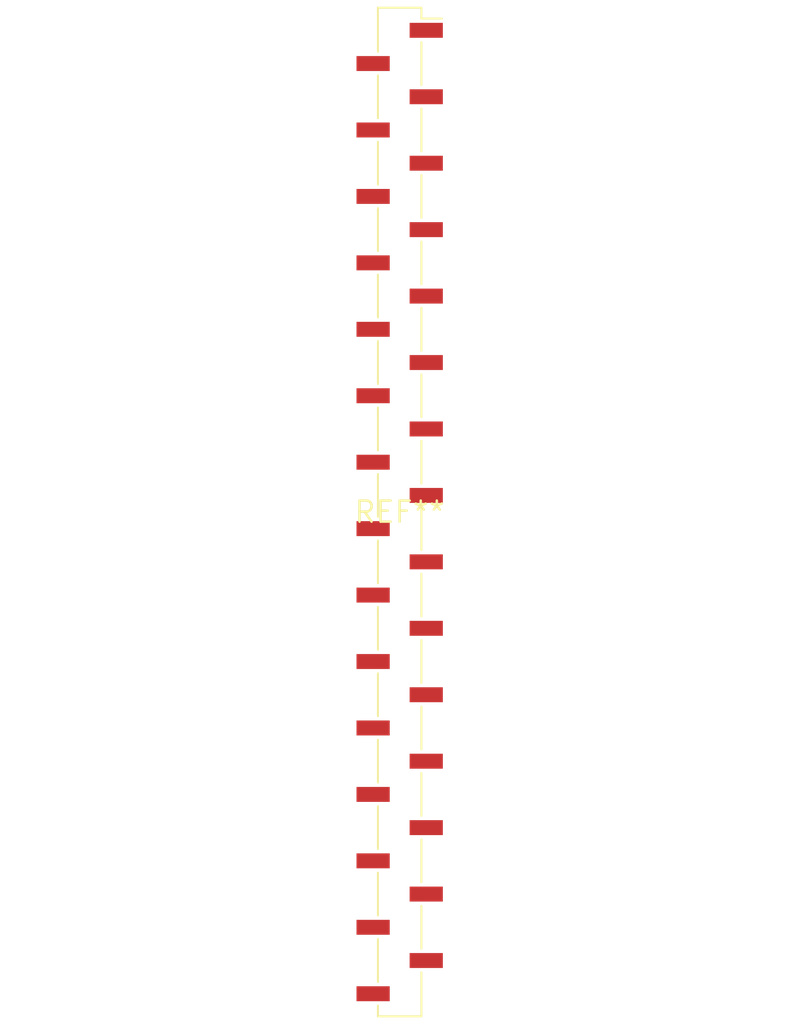
<source format=kicad_pcb>
(kicad_pcb (version 20240108) (generator pcbnew)
  (layers (0 "F.Cu" signal) (31 "B.Cu" signal) (34 "B.Paste" user) (35 "F.Paste" user) (36 "B.SilkS" user "B.Silkscreen") (37 "F.SilkS" user "F.Silkscreen") (38 "B.Mask" user) (39 "F.Mask" user) (44 "Edge.Cuts" user))
  (net 0 "")
  (footprint "PinSocket_1x30_P2.00mm_Vertical_SMD_Pin1Right" (layer "F.Cu") (at 0 0)
    (property "Reference" "REF**")
    (property "Value" "PinSocket_1x30_P2.00mm_Vertical_SMD_Pin1Right")
    (fp_line (start -1.31 -30.36) (end -1.31 -27.71) (layer "F.SilkS") (stroke (width 0.12)))
    (fp_line (start -1.31 -30.36) (end 1.31 -30.36) (layer "F.SilkS") (stroke (width 0.12)))
    (fp_line (start -1.31 -26.29) (end -1.31 -23.71) (layer "F.SilkS") (stroke (width 0.12)))
    (fp_line (start -1.31 -22.29) (end -1.31 -19.71) (layer "F.SilkS") (stroke (width 0.12)))
    (fp_line (start -1.31 -18.29) (end -1.31 -15.71) (layer "F.SilkS") (stroke (width 0.12)))
    (fp_line (start -1.31 -14.29) (end -1.31 -11.71) (layer "F.SilkS") (stroke (width 0.12)))
    (fp_line (start -1.31 -10.29) (end -1.31 -7.71) (layer "F.SilkS") (stroke (width 0.12)))
    (fp_line (start -1.31 -6.29) (end -1.31 -3.71) (layer "F.SilkS") (stroke (width 0.12)))
    (fp_line (start -1.31 -2.29) (end -1.31 0.29) (layer "F.SilkS") (stroke (width 0.12)))
    (fp_line (start -1.31 1.71) (end -1.31 4.29) (layer "F.SilkS") (stroke (width 0.12)))
    (fp_line (start -1.31 5.71) (end -1.31 8.29) (layer "F.SilkS") (stroke (width 0.12)))
    (fp_line (start -1.31 9.71) (end -1.31 12.29) (layer "F.SilkS") (stroke (width 0.12)))
    (fp_line (start -1.31 13.71) (end -1.31 16.29) (layer "F.SilkS") (stroke (width 0.12)))
    (fp_line (start -1.31 17.71) (end -1.31 20.29) (layer "F.SilkS") (stroke (width 0.12)))
    (fp_line (start -1.31 21.71) (end -1.31 24.29) (layer "F.SilkS") (stroke (width 0.12)))
    (fp_line (start -1.31 25.71) (end -1.31 28.29) (layer "F.SilkS") (stroke (width 0.12)))
    (fp_line (start -1.31 29.71) (end -1.31 30.36) (layer "F.SilkS") (stroke (width 0.12)))
    (fp_line (start -1.31 30.36) (end 1.31 30.36) (layer "F.SilkS") (stroke (width 0.12)))
    (fp_line (start 1.31 -30.36) (end 1.31 -29.71) (layer "F.SilkS") (stroke (width 0.12)))
    (fp_line (start 1.31 -29.71) (end 2.54 -29.71) (layer "F.SilkS") (stroke (width 0.12)))
    (fp_line (start 1.31 -28.29) (end 1.31 -25.71) (layer "F.SilkS") (stroke (width 0.12)))
    (fp_line (start 1.31 -24.29) (end 1.31 -21.71) (layer "F.SilkS") (stroke (width 0.12)))
    (fp_line (start 1.31 -20.29) (end 1.31 -17.71) (layer "F.SilkS") (stroke (width 0.12)))
    (fp_line (start 1.31 -16.29) (end 1.31 -13.71) (layer "F.SilkS") (stroke (width 0.12)))
    (fp_line (start 1.31 -12.29) (end 1.31 -9.71) (layer "F.SilkS") (stroke (width 0.12)))
    (fp_line (start 1.31 -8.29) (end 1.31 -5.71) (layer "F.SilkS") (stroke (width 0.12)))
    (fp_line (start 1.31 -4.29) (end 1.31 -1.71) (layer "F.SilkS") (stroke (width 0.12)))
    (fp_line (start 1.31 -0.29) (end 1.31 2.29) (layer "F.SilkS") (stroke (width 0.12)))
    (fp_line (start 1.31 3.71) (end 1.31 6.29) (layer "F.SilkS") (stroke (width 0.12)))
    (fp_line (start 1.31 7.71) (end 1.31 10.29) (layer "F.SilkS") (stroke (width 0.12)))
    (fp_line (start 1.31 11.71) (end 1.31 14.29) (layer "F.SilkS") (stroke (width 0.12)))
    (fp_line (start 1.31 15.71) (end 1.31 18.29) (layer "F.SilkS") (stroke (width 0.12)))
    (fp_line (start 1.31 19.71) (end 1.31 22.29) (layer "F.SilkS") (stroke (width 0.12)))
    (fp_line (start 1.31 23.71) (end 1.31 26.29) (layer "F.SilkS") (stroke (width 0.12)))
    (fp_line (start 1.31 27.71) (end 1.31 30.36) (layer "F.SilkS") (stroke (width 0.12)))
    (pad "1" smd rect (at 1.6 -29) (size 2 0.9) (layers "F.Cu" "F.Paste" "F.Mask"))
    (pad "2" smd rect (at -1.6 -27) (size 2 0.9) (layers "F.Cu" "F.Paste" "F.Mask"))
    (pad "3" smd rect (at 1.6 -25) (size 2 0.9) (layers "F.Cu" "F.Paste" "F.Mask"))
    (pad "4" smd rect (at -1.6 -23) (size 2 0.9) (layers "F.Cu" "F.Paste" "F.Mask"))
    (pad "5" smd rect (at 1.6 -21) (size 2 0.9) (layers "F.Cu" "F.Paste" "F.Mask"))
    (pad "6" smd rect (at -1.6 -19) (size 2 0.9) (layers "F.Cu" "F.Paste" "F.Mask"))
    (pad "7" smd rect (at 1.6 -17) (size 2 0.9) (layers "F.Cu" "F.Paste" "F.Mask"))
    (pad "8" smd rect (at -1.6 -15) (size 2 0.9) (layers "F.Cu" "F.Paste" "F.Mask"))
    (pad "9" smd rect (at 1.6 -13) (size 2 0.9) (layers "F.Cu" "F.Paste" "F.Mask"))
    (pad "10" smd rect (at -1.6 -11) (size 2 0.9) (layers "F.Cu" "F.Paste" "F.Mask"))
    (pad "11" smd rect (at 1.6 -9) (size 2 0.9) (layers "F.Cu" "F.Paste" "F.Mask"))
    (pad "12" smd rect (at -1.6 -7) (size 2 0.9) (layers "F.Cu" "F.Paste" "F.Mask"))
    (pad "13" smd rect (at 1.6 -5) (size 2 0.9) (layers "F.Cu" "F.Paste" "F.Mask"))
    (pad "14" smd rect (at -1.6 -3) (size 2 0.9) (layers "F.Cu" "F.Paste" "F.Mask"))
    (pad "15" smd rect (at 1.6 -1) (size 2 0.9) (layers "F.Cu" "F.Paste" "F.Mask"))
    (pad "16" smd rect (at -1.6 1) (size 2 0.9) (layers "F.Cu" "F.Paste" "F.Mask"))
    (pad "17" smd rect (at 1.6 3) (size 2 0.9) (layers "F.Cu" "F.Paste" "F.Mask"))
    (pad "18" smd rect (at -1.6 5) (size 2 0.9) (layers "F.Cu" "F.Paste" "F.Mask"))
    (pad "19" smd rect (at 1.6 7) (size 2 0.9) (layers "F.Cu" "F.Paste" "F.Mask"))
    (pad "20" smd rect (at -1.6 9) (size 2 0.9) (layers "F.Cu" "F.Paste" "F.Mask"))
    (pad "21" smd rect (at 1.6 11) (size 2 0.9) (layers "F.Cu" "F.Paste" "F.Mask"))
    (pad "22" smd rect (at -1.6 13) (size 2 0.9) (layers "F.Cu" "F.Paste" "F.Mask"))
    (pad "23" smd rect (at 1.6 15) (size 2 0.9) (layers "F.Cu" "F.Paste" "F.Mask"))
    (pad "24" smd rect (at -1.6 17) (size 2 0.9) (layers "F.Cu" "F.Paste" "F.Mask"))
    (pad "25" smd rect (at 1.6 19) (size 2 0.9) (layers "F.Cu" "F.Paste" "F.Mask"))
    (pad "26" smd rect (at -1.6 21) (size 2 0.9) (layers "F.Cu" "F.Paste" "F.Mask"))
    (pad "27" smd rect (at 1.6 23) (size 2 0.9) (layers "F.Cu" "F.Paste" "F.Mask"))
    (pad "28" smd rect (at -1.6 25) (size 2 0.9) (layers "F.Cu" "F.Paste" "F.Mask"))
    (pad "29" smd rect (at 1.6 27) (size 2 0.9) (layers "F.Cu" "F.Paste" "F.Mask"))
    (pad "30" smd rect (at -1.6 29) (size 2 0.9) (layers "F.Cu" "F.Paste" "F.Mask"))
  )
)
</source>
